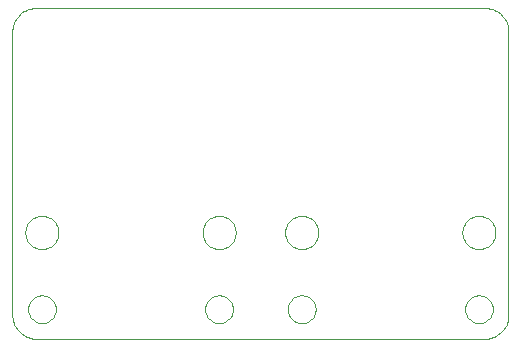
<source format=gko>
G75*
G70*
%OFA0B0*%
%FSLAX24Y24*%
%IPPOS*%
%LPD*%
%AMOC8*
5,1,8,0,0,1.08239X$1,22.5*
%
%ADD10C,0.0000*%
D10*
X006007Y000888D02*
X006007Y010337D01*
X006009Y010391D01*
X006014Y010444D01*
X006023Y010497D01*
X006036Y010549D01*
X006052Y010601D01*
X006072Y010651D01*
X006095Y010699D01*
X006122Y010746D01*
X006151Y010791D01*
X006184Y010834D01*
X006219Y010874D01*
X006257Y010912D01*
X006297Y010947D01*
X006340Y010980D01*
X006385Y011009D01*
X006432Y011036D01*
X006480Y011059D01*
X006530Y011079D01*
X006582Y011095D01*
X006634Y011108D01*
X006687Y011117D01*
X006740Y011122D01*
X006794Y011124D01*
X021755Y011124D01*
X021809Y011122D01*
X021862Y011117D01*
X021915Y011108D01*
X021967Y011095D01*
X022019Y011079D01*
X022069Y011059D01*
X022117Y011036D01*
X022164Y011009D01*
X022209Y010980D01*
X022252Y010947D01*
X022292Y010912D01*
X022330Y010874D01*
X022365Y010834D01*
X022398Y010791D01*
X022427Y010746D01*
X022454Y010699D01*
X022477Y010651D01*
X022497Y010601D01*
X022513Y010549D01*
X022526Y010497D01*
X022535Y010444D01*
X022540Y010391D01*
X022542Y010337D01*
X022542Y000888D01*
X022540Y000834D01*
X022535Y000781D01*
X022526Y000728D01*
X022513Y000676D01*
X022497Y000624D01*
X022477Y000574D01*
X022454Y000526D01*
X022427Y000479D01*
X022398Y000434D01*
X022365Y000391D01*
X022330Y000351D01*
X022292Y000313D01*
X022252Y000278D01*
X022209Y000245D01*
X022164Y000216D01*
X022117Y000189D01*
X022069Y000166D01*
X022019Y000146D01*
X021967Y000130D01*
X021915Y000117D01*
X021862Y000108D01*
X021809Y000103D01*
X021755Y000101D01*
X006794Y000101D01*
X006740Y000103D01*
X006687Y000108D01*
X006634Y000117D01*
X006582Y000130D01*
X006530Y000146D01*
X006480Y000166D01*
X006432Y000189D01*
X006385Y000216D01*
X006340Y000245D01*
X006297Y000278D01*
X006257Y000313D01*
X006219Y000351D01*
X006184Y000391D01*
X006151Y000434D01*
X006122Y000479D01*
X006095Y000526D01*
X006072Y000574D01*
X006052Y000624D01*
X006036Y000676D01*
X006023Y000728D01*
X006014Y000781D01*
X006009Y000834D01*
X006007Y000888D01*
X006528Y001085D02*
X006530Y001128D01*
X006536Y001170D01*
X006546Y001212D01*
X006559Y001252D01*
X006577Y001291D01*
X006597Y001329D01*
X006622Y001364D01*
X006649Y001397D01*
X006679Y001427D01*
X006712Y001454D01*
X006747Y001479D01*
X006785Y001499D01*
X006824Y001517D01*
X006864Y001530D01*
X006906Y001540D01*
X006948Y001546D01*
X006991Y001548D01*
X007034Y001546D01*
X007076Y001540D01*
X007118Y001530D01*
X007158Y001517D01*
X007197Y001499D01*
X007235Y001479D01*
X007270Y001454D01*
X007303Y001427D01*
X007333Y001397D01*
X007360Y001364D01*
X007385Y001329D01*
X007405Y001291D01*
X007423Y001252D01*
X007436Y001212D01*
X007446Y001170D01*
X007452Y001128D01*
X007454Y001085D01*
X007452Y001042D01*
X007446Y001000D01*
X007436Y000958D01*
X007423Y000918D01*
X007405Y000879D01*
X007385Y000841D01*
X007360Y000806D01*
X007333Y000773D01*
X007303Y000743D01*
X007270Y000716D01*
X007235Y000691D01*
X007197Y000671D01*
X007158Y000653D01*
X007118Y000640D01*
X007076Y000630D01*
X007034Y000624D01*
X006991Y000622D01*
X006948Y000624D01*
X006906Y000630D01*
X006864Y000640D01*
X006824Y000653D01*
X006785Y000671D01*
X006747Y000691D01*
X006712Y000716D01*
X006679Y000743D01*
X006649Y000773D01*
X006622Y000806D01*
X006597Y000841D01*
X006577Y000879D01*
X006559Y000918D01*
X006546Y000958D01*
X006536Y001000D01*
X006530Y001042D01*
X006528Y001085D01*
X006440Y003644D02*
X006442Y003691D01*
X006448Y003737D01*
X006458Y003783D01*
X006471Y003828D01*
X006489Y003871D01*
X006510Y003913D01*
X006534Y003953D01*
X006562Y003990D01*
X006593Y004025D01*
X006627Y004058D01*
X006663Y004087D01*
X006702Y004113D01*
X006743Y004136D01*
X006786Y004155D01*
X006830Y004171D01*
X006875Y004183D01*
X006921Y004191D01*
X006968Y004195D01*
X007014Y004195D01*
X007061Y004191D01*
X007107Y004183D01*
X007152Y004171D01*
X007196Y004155D01*
X007239Y004136D01*
X007280Y004113D01*
X007319Y004087D01*
X007355Y004058D01*
X007389Y004025D01*
X007420Y003990D01*
X007448Y003953D01*
X007472Y003913D01*
X007493Y003871D01*
X007511Y003828D01*
X007524Y003783D01*
X007534Y003737D01*
X007540Y003691D01*
X007542Y003644D01*
X007540Y003597D01*
X007534Y003551D01*
X007524Y003505D01*
X007511Y003460D01*
X007493Y003417D01*
X007472Y003375D01*
X007448Y003335D01*
X007420Y003298D01*
X007389Y003263D01*
X007355Y003230D01*
X007319Y003201D01*
X007280Y003175D01*
X007239Y003152D01*
X007196Y003133D01*
X007152Y003117D01*
X007107Y003105D01*
X007061Y003097D01*
X007014Y003093D01*
X006968Y003093D01*
X006921Y003097D01*
X006875Y003105D01*
X006830Y003117D01*
X006786Y003133D01*
X006743Y003152D01*
X006702Y003175D01*
X006663Y003201D01*
X006627Y003230D01*
X006593Y003263D01*
X006562Y003298D01*
X006534Y003335D01*
X006510Y003375D01*
X006489Y003417D01*
X006471Y003460D01*
X006458Y003505D01*
X006448Y003551D01*
X006442Y003597D01*
X006440Y003644D01*
X012346Y003644D02*
X012348Y003691D01*
X012354Y003737D01*
X012364Y003783D01*
X012377Y003828D01*
X012395Y003871D01*
X012416Y003913D01*
X012440Y003953D01*
X012468Y003990D01*
X012499Y004025D01*
X012533Y004058D01*
X012569Y004087D01*
X012608Y004113D01*
X012649Y004136D01*
X012692Y004155D01*
X012736Y004171D01*
X012781Y004183D01*
X012827Y004191D01*
X012874Y004195D01*
X012920Y004195D01*
X012967Y004191D01*
X013013Y004183D01*
X013058Y004171D01*
X013102Y004155D01*
X013145Y004136D01*
X013186Y004113D01*
X013225Y004087D01*
X013261Y004058D01*
X013295Y004025D01*
X013326Y003990D01*
X013354Y003953D01*
X013378Y003913D01*
X013399Y003871D01*
X013417Y003828D01*
X013430Y003783D01*
X013440Y003737D01*
X013446Y003691D01*
X013448Y003644D01*
X013446Y003597D01*
X013440Y003551D01*
X013430Y003505D01*
X013417Y003460D01*
X013399Y003417D01*
X013378Y003375D01*
X013354Y003335D01*
X013326Y003298D01*
X013295Y003263D01*
X013261Y003230D01*
X013225Y003201D01*
X013186Y003175D01*
X013145Y003152D01*
X013102Y003133D01*
X013058Y003117D01*
X013013Y003105D01*
X012967Y003097D01*
X012920Y003093D01*
X012874Y003093D01*
X012827Y003097D01*
X012781Y003105D01*
X012736Y003117D01*
X012692Y003133D01*
X012649Y003152D01*
X012608Y003175D01*
X012569Y003201D01*
X012533Y003230D01*
X012499Y003263D01*
X012468Y003298D01*
X012440Y003335D01*
X012416Y003375D01*
X012395Y003417D01*
X012377Y003460D01*
X012364Y003505D01*
X012354Y003551D01*
X012348Y003597D01*
X012346Y003644D01*
X012434Y001085D02*
X012436Y001128D01*
X012442Y001170D01*
X012452Y001212D01*
X012465Y001252D01*
X012483Y001291D01*
X012503Y001329D01*
X012528Y001364D01*
X012555Y001397D01*
X012585Y001427D01*
X012618Y001454D01*
X012653Y001479D01*
X012691Y001499D01*
X012730Y001517D01*
X012770Y001530D01*
X012812Y001540D01*
X012854Y001546D01*
X012897Y001548D01*
X012940Y001546D01*
X012982Y001540D01*
X013024Y001530D01*
X013064Y001517D01*
X013103Y001499D01*
X013141Y001479D01*
X013176Y001454D01*
X013209Y001427D01*
X013239Y001397D01*
X013266Y001364D01*
X013291Y001329D01*
X013311Y001291D01*
X013329Y001252D01*
X013342Y001212D01*
X013352Y001170D01*
X013358Y001128D01*
X013360Y001085D01*
X013358Y001042D01*
X013352Y001000D01*
X013342Y000958D01*
X013329Y000918D01*
X013311Y000879D01*
X013291Y000841D01*
X013266Y000806D01*
X013239Y000773D01*
X013209Y000743D01*
X013176Y000716D01*
X013141Y000691D01*
X013103Y000671D01*
X013064Y000653D01*
X013024Y000640D01*
X012982Y000630D01*
X012940Y000624D01*
X012897Y000622D01*
X012854Y000624D01*
X012812Y000630D01*
X012770Y000640D01*
X012730Y000653D01*
X012691Y000671D01*
X012653Y000691D01*
X012618Y000716D01*
X012585Y000743D01*
X012555Y000773D01*
X012528Y000806D01*
X012503Y000841D01*
X012483Y000879D01*
X012465Y000918D01*
X012452Y000958D01*
X012442Y001000D01*
X012436Y001042D01*
X012434Y001085D01*
X015190Y001085D02*
X015192Y001128D01*
X015198Y001170D01*
X015208Y001212D01*
X015221Y001252D01*
X015239Y001291D01*
X015259Y001329D01*
X015284Y001364D01*
X015311Y001397D01*
X015341Y001427D01*
X015374Y001454D01*
X015409Y001479D01*
X015447Y001499D01*
X015486Y001517D01*
X015526Y001530D01*
X015568Y001540D01*
X015610Y001546D01*
X015653Y001548D01*
X015696Y001546D01*
X015738Y001540D01*
X015780Y001530D01*
X015820Y001517D01*
X015859Y001499D01*
X015897Y001479D01*
X015932Y001454D01*
X015965Y001427D01*
X015995Y001397D01*
X016022Y001364D01*
X016047Y001329D01*
X016067Y001291D01*
X016085Y001252D01*
X016098Y001212D01*
X016108Y001170D01*
X016114Y001128D01*
X016116Y001085D01*
X016114Y001042D01*
X016108Y001000D01*
X016098Y000958D01*
X016085Y000918D01*
X016067Y000879D01*
X016047Y000841D01*
X016022Y000806D01*
X015995Y000773D01*
X015965Y000743D01*
X015932Y000716D01*
X015897Y000691D01*
X015859Y000671D01*
X015820Y000653D01*
X015780Y000640D01*
X015738Y000630D01*
X015696Y000624D01*
X015653Y000622D01*
X015610Y000624D01*
X015568Y000630D01*
X015526Y000640D01*
X015486Y000653D01*
X015447Y000671D01*
X015409Y000691D01*
X015374Y000716D01*
X015341Y000743D01*
X015311Y000773D01*
X015284Y000806D01*
X015259Y000841D01*
X015239Y000879D01*
X015221Y000918D01*
X015208Y000958D01*
X015198Y001000D01*
X015192Y001042D01*
X015190Y001085D01*
X015102Y003644D02*
X015104Y003691D01*
X015110Y003737D01*
X015120Y003783D01*
X015133Y003828D01*
X015151Y003871D01*
X015172Y003913D01*
X015196Y003953D01*
X015224Y003990D01*
X015255Y004025D01*
X015289Y004058D01*
X015325Y004087D01*
X015364Y004113D01*
X015405Y004136D01*
X015448Y004155D01*
X015492Y004171D01*
X015537Y004183D01*
X015583Y004191D01*
X015630Y004195D01*
X015676Y004195D01*
X015723Y004191D01*
X015769Y004183D01*
X015814Y004171D01*
X015858Y004155D01*
X015901Y004136D01*
X015942Y004113D01*
X015981Y004087D01*
X016017Y004058D01*
X016051Y004025D01*
X016082Y003990D01*
X016110Y003953D01*
X016134Y003913D01*
X016155Y003871D01*
X016173Y003828D01*
X016186Y003783D01*
X016196Y003737D01*
X016202Y003691D01*
X016204Y003644D01*
X016202Y003597D01*
X016196Y003551D01*
X016186Y003505D01*
X016173Y003460D01*
X016155Y003417D01*
X016134Y003375D01*
X016110Y003335D01*
X016082Y003298D01*
X016051Y003263D01*
X016017Y003230D01*
X015981Y003201D01*
X015942Y003175D01*
X015901Y003152D01*
X015858Y003133D01*
X015814Y003117D01*
X015769Y003105D01*
X015723Y003097D01*
X015676Y003093D01*
X015630Y003093D01*
X015583Y003097D01*
X015537Y003105D01*
X015492Y003117D01*
X015448Y003133D01*
X015405Y003152D01*
X015364Y003175D01*
X015325Y003201D01*
X015289Y003230D01*
X015255Y003263D01*
X015224Y003298D01*
X015196Y003335D01*
X015172Y003375D01*
X015151Y003417D01*
X015133Y003460D01*
X015120Y003505D01*
X015110Y003551D01*
X015104Y003597D01*
X015102Y003644D01*
X021007Y003644D02*
X021009Y003691D01*
X021015Y003737D01*
X021025Y003783D01*
X021038Y003828D01*
X021056Y003871D01*
X021077Y003913D01*
X021101Y003953D01*
X021129Y003990D01*
X021160Y004025D01*
X021194Y004058D01*
X021230Y004087D01*
X021269Y004113D01*
X021310Y004136D01*
X021353Y004155D01*
X021397Y004171D01*
X021442Y004183D01*
X021488Y004191D01*
X021535Y004195D01*
X021581Y004195D01*
X021628Y004191D01*
X021674Y004183D01*
X021719Y004171D01*
X021763Y004155D01*
X021806Y004136D01*
X021847Y004113D01*
X021886Y004087D01*
X021922Y004058D01*
X021956Y004025D01*
X021987Y003990D01*
X022015Y003953D01*
X022039Y003913D01*
X022060Y003871D01*
X022078Y003828D01*
X022091Y003783D01*
X022101Y003737D01*
X022107Y003691D01*
X022109Y003644D01*
X022107Y003597D01*
X022101Y003551D01*
X022091Y003505D01*
X022078Y003460D01*
X022060Y003417D01*
X022039Y003375D01*
X022015Y003335D01*
X021987Y003298D01*
X021956Y003263D01*
X021922Y003230D01*
X021886Y003201D01*
X021847Y003175D01*
X021806Y003152D01*
X021763Y003133D01*
X021719Y003117D01*
X021674Y003105D01*
X021628Y003097D01*
X021581Y003093D01*
X021535Y003093D01*
X021488Y003097D01*
X021442Y003105D01*
X021397Y003117D01*
X021353Y003133D01*
X021310Y003152D01*
X021269Y003175D01*
X021230Y003201D01*
X021194Y003230D01*
X021160Y003263D01*
X021129Y003298D01*
X021101Y003335D01*
X021077Y003375D01*
X021056Y003417D01*
X021038Y003460D01*
X021025Y003505D01*
X021015Y003551D01*
X021009Y003597D01*
X021007Y003644D01*
X021095Y001085D02*
X021097Y001128D01*
X021103Y001170D01*
X021113Y001212D01*
X021126Y001252D01*
X021144Y001291D01*
X021164Y001329D01*
X021189Y001364D01*
X021216Y001397D01*
X021246Y001427D01*
X021279Y001454D01*
X021314Y001479D01*
X021352Y001499D01*
X021391Y001517D01*
X021431Y001530D01*
X021473Y001540D01*
X021515Y001546D01*
X021558Y001548D01*
X021601Y001546D01*
X021643Y001540D01*
X021685Y001530D01*
X021725Y001517D01*
X021764Y001499D01*
X021802Y001479D01*
X021837Y001454D01*
X021870Y001427D01*
X021900Y001397D01*
X021927Y001364D01*
X021952Y001329D01*
X021972Y001291D01*
X021990Y001252D01*
X022003Y001212D01*
X022013Y001170D01*
X022019Y001128D01*
X022021Y001085D01*
X022019Y001042D01*
X022013Y001000D01*
X022003Y000958D01*
X021990Y000918D01*
X021972Y000879D01*
X021952Y000841D01*
X021927Y000806D01*
X021900Y000773D01*
X021870Y000743D01*
X021837Y000716D01*
X021802Y000691D01*
X021764Y000671D01*
X021725Y000653D01*
X021685Y000640D01*
X021643Y000630D01*
X021601Y000624D01*
X021558Y000622D01*
X021515Y000624D01*
X021473Y000630D01*
X021431Y000640D01*
X021391Y000653D01*
X021352Y000671D01*
X021314Y000691D01*
X021279Y000716D01*
X021246Y000743D01*
X021216Y000773D01*
X021189Y000806D01*
X021164Y000841D01*
X021144Y000879D01*
X021126Y000918D01*
X021113Y000958D01*
X021103Y001000D01*
X021097Y001042D01*
X021095Y001085D01*
M02*

</source>
